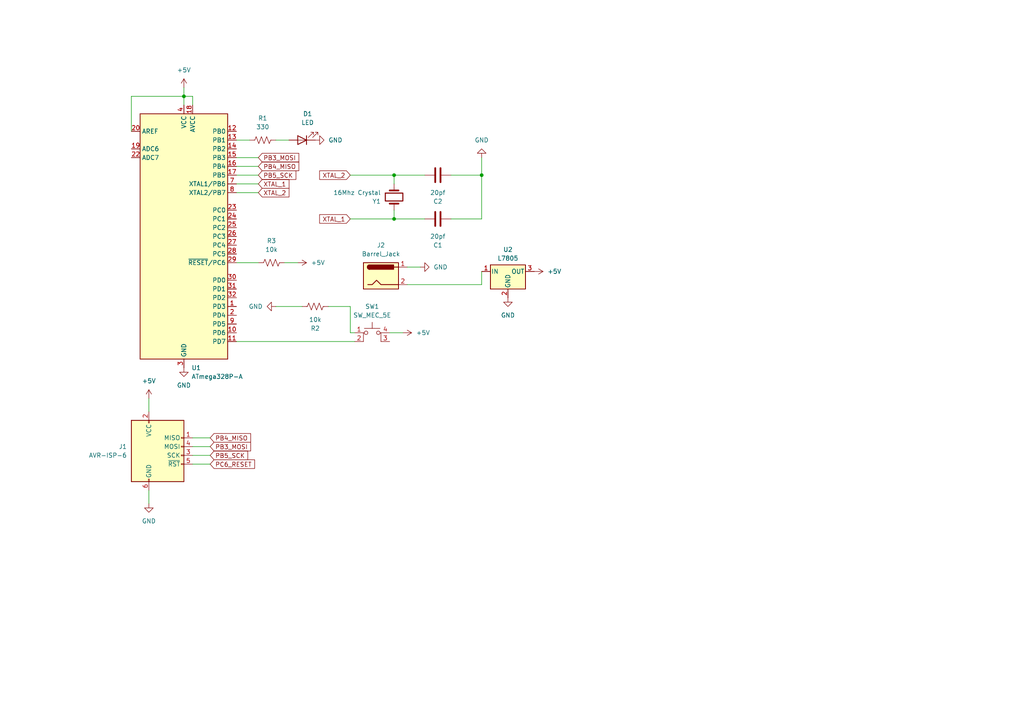
<source format=kicad_sch>
(kicad_sch (version 20230121) (generator eeschema)

  (uuid 63b2a73c-26be-4c15-b572-356ae81254bc)

  (paper "A4")

  (lib_symbols
    (symbol "Connector:AVR-ISP-6" (pin_names (offset 1.016)) (in_bom yes) (on_board yes)
      (property "Reference" "J" (at -6.35 11.43 0)
        (effects (font (size 1.27 1.27)) (justify left))
      )
      (property "Value" "AVR-ISP-6" (at 0 11.43 0)
        (effects (font (size 1.27 1.27)) (justify left))
      )
      (property "Footprint" "" (at -6.35 1.27 90)
        (effects (font (size 1.27 1.27)) hide)
      )
      (property "Datasheet" " ~" (at -32.385 -13.97 0)
        (effects (font (size 1.27 1.27)) hide)
      )
      (property "ki_keywords" "AVR ISP Connector" (at 0 0 0)
        (effects (font (size 1.27 1.27)) hide)
      )
      (property "ki_description" "Atmel 6-pin ISP connector" (at 0 0 0)
        (effects (font (size 1.27 1.27)) hide)
      )
      (property "ki_fp_filters" "IDC?Header*2x03* Pin?Header*2x03*" (at 0 0 0)
        (effects (font (size 1.27 1.27)) hide)
      )
      (symbol "AVR-ISP-6_0_1"
        (rectangle (start -2.667 -6.858) (end -2.413 -7.62)
          (stroke (width 0) (type default))
          (fill (type none))
        )
        (rectangle (start -2.667 10.16) (end -2.413 9.398)
          (stroke (width 0) (type default))
          (fill (type none))
        )
        (rectangle (start 7.62 -2.413) (end 6.858 -2.667)
          (stroke (width 0) (type default))
          (fill (type none))
        )
        (rectangle (start 7.62 0.127) (end 6.858 -0.127)
          (stroke (width 0) (type default))
          (fill (type none))
        )
        (rectangle (start 7.62 2.667) (end 6.858 2.413)
          (stroke (width 0) (type default))
          (fill (type none))
        )
        (rectangle (start 7.62 5.207) (end 6.858 4.953)
          (stroke (width 0) (type default))
          (fill (type none))
        )
        (rectangle (start 7.62 10.16) (end -7.62 -7.62)
          (stroke (width 0.254) (type default))
          (fill (type background))
        )
      )
      (symbol "AVR-ISP-6_1_1"
        (pin passive line (at 10.16 5.08 180) (length 2.54)
          (name "MISO" (effects (font (size 1.27 1.27))))
          (number "1" (effects (font (size 1.27 1.27))))
        )
        (pin passive line (at -2.54 12.7 270) (length 2.54)
          (name "VCC" (effects (font (size 1.27 1.27))))
          (number "2" (effects (font (size 1.27 1.27))))
        )
        (pin passive line (at 10.16 0 180) (length 2.54)
          (name "SCK" (effects (font (size 1.27 1.27))))
          (number "3" (effects (font (size 1.27 1.27))))
        )
        (pin passive line (at 10.16 2.54 180) (length 2.54)
          (name "MOSI" (effects (font (size 1.27 1.27))))
          (number "4" (effects (font (size 1.27 1.27))))
        )
        (pin passive line (at 10.16 -2.54 180) (length 2.54)
          (name "~{RST}" (effects (font (size 1.27 1.27))))
          (number "5" (effects (font (size 1.27 1.27))))
        )
        (pin passive line (at -2.54 -10.16 90) (length 2.54)
          (name "GND" (effects (font (size 1.27 1.27))))
          (number "6" (effects (font (size 1.27 1.27))))
        )
      )
    )
    (symbol "Connector:Barrel_Jack" (pin_names (offset 1.016)) (in_bom yes) (on_board yes)
      (property "Reference" "J" (at 0 5.334 0)
        (effects (font (size 1.27 1.27)))
      )
      (property "Value" "Barrel_Jack" (at 0 -5.08 0)
        (effects (font (size 1.27 1.27)))
      )
      (property "Footprint" "" (at 1.27 -1.016 0)
        (effects (font (size 1.27 1.27)) hide)
      )
      (property "Datasheet" "~" (at 1.27 -1.016 0)
        (effects (font (size 1.27 1.27)) hide)
      )
      (property "ki_keywords" "DC power barrel jack connector" (at 0 0 0)
        (effects (font (size 1.27 1.27)) hide)
      )
      (property "ki_description" "DC Barrel Jack" (at 0 0 0)
        (effects (font (size 1.27 1.27)) hide)
      )
      (property "ki_fp_filters" "BarrelJack*" (at 0 0 0)
        (effects (font (size 1.27 1.27)) hide)
      )
      (symbol "Barrel_Jack_0_1"
        (rectangle (start -5.08 3.81) (end 5.08 -3.81)
          (stroke (width 0.254) (type default))
          (fill (type background))
        )
        (arc (start -3.302 3.175) (mid -3.9343 2.54) (end -3.302 1.905)
          (stroke (width 0.254) (type default))
          (fill (type none))
        )
        (arc (start -3.302 3.175) (mid -3.9343 2.54) (end -3.302 1.905)
          (stroke (width 0.254) (type default))
          (fill (type outline))
        )
        (polyline
          (pts
            (xy 5.08 2.54)
            (xy 3.81 2.54)
          )
          (stroke (width 0.254) (type default))
          (fill (type none))
        )
        (polyline
          (pts
            (xy -3.81 -2.54)
            (xy -2.54 -2.54)
            (xy -1.27 -1.27)
            (xy 0 -2.54)
            (xy 2.54 -2.54)
            (xy 5.08 -2.54)
          )
          (stroke (width 0.254) (type default))
          (fill (type none))
        )
        (rectangle (start 3.683 3.175) (end -3.302 1.905)
          (stroke (width 0.254) (type default))
          (fill (type outline))
        )
      )
      (symbol "Barrel_Jack_1_1"
        (pin passive line (at 7.62 2.54 180) (length 2.54)
          (name "~" (effects (font (size 1.27 1.27))))
          (number "1" (effects (font (size 1.27 1.27))))
        )
        (pin passive line (at 7.62 -2.54 180) (length 2.54)
          (name "~" (effects (font (size 1.27 1.27))))
          (number "2" (effects (font (size 1.27 1.27))))
        )
      )
    )
    (symbol "Device:C" (pin_numbers hide) (pin_names (offset 0.254)) (in_bom yes) (on_board yes)
      (property "Reference" "C" (at 0.635 2.54 0)
        (effects (font (size 1.27 1.27)) (justify left))
      )
      (property "Value" "C" (at 0.635 -2.54 0)
        (effects (font (size 1.27 1.27)) (justify left))
      )
      (property "Footprint" "" (at 0.9652 -3.81 0)
        (effects (font (size 1.27 1.27)) hide)
      )
      (property "Datasheet" "~" (at 0 0 0)
        (effects (font (size 1.27 1.27)) hide)
      )
      (property "ki_keywords" "cap capacitor" (at 0 0 0)
        (effects (font (size 1.27 1.27)) hide)
      )
      (property "ki_description" "Unpolarized capacitor" (at 0 0 0)
        (effects (font (size 1.27 1.27)) hide)
      )
      (property "ki_fp_filters" "C_*" (at 0 0 0)
        (effects (font (size 1.27 1.27)) hide)
      )
      (symbol "C_0_1"
        (polyline
          (pts
            (xy -2.032 -0.762)
            (xy 2.032 -0.762)
          )
          (stroke (width 0.508) (type default))
          (fill (type none))
        )
        (polyline
          (pts
            (xy -2.032 0.762)
            (xy 2.032 0.762)
          )
          (stroke (width 0.508) (type default))
          (fill (type none))
        )
      )
      (symbol "C_1_1"
        (pin passive line (at 0 3.81 270) (length 2.794)
          (name "~" (effects (font (size 1.27 1.27))))
          (number "1" (effects (font (size 1.27 1.27))))
        )
        (pin passive line (at 0 -3.81 90) (length 2.794)
          (name "~" (effects (font (size 1.27 1.27))))
          (number "2" (effects (font (size 1.27 1.27))))
        )
      )
    )
    (symbol "Device:Crystal" (pin_numbers hide) (pin_names (offset 1.016) hide) (in_bom yes) (on_board yes)
      (property "Reference" "Y" (at 0 3.81 0)
        (effects (font (size 1.27 1.27)))
      )
      (property "Value" "Crystal" (at 0 -3.81 0)
        (effects (font (size 1.27 1.27)))
      )
      (property "Footprint" "" (at 0 0 0)
        (effects (font (size 1.27 1.27)) hide)
      )
      (property "Datasheet" "~" (at 0 0 0)
        (effects (font (size 1.27 1.27)) hide)
      )
      (property "ki_keywords" "quartz ceramic resonator oscillator" (at 0 0 0)
        (effects (font (size 1.27 1.27)) hide)
      )
      (property "ki_description" "Two pin crystal" (at 0 0 0)
        (effects (font (size 1.27 1.27)) hide)
      )
      (property "ki_fp_filters" "Crystal*" (at 0 0 0)
        (effects (font (size 1.27 1.27)) hide)
      )
      (symbol "Crystal_0_1"
        (rectangle (start -1.143 2.54) (end 1.143 -2.54)
          (stroke (width 0.3048) (type default))
          (fill (type none))
        )
        (polyline
          (pts
            (xy -2.54 0)
            (xy -1.905 0)
          )
          (stroke (width 0) (type default))
          (fill (type none))
        )
        (polyline
          (pts
            (xy -1.905 -1.27)
            (xy -1.905 1.27)
          )
          (stroke (width 0.508) (type default))
          (fill (type none))
        )
        (polyline
          (pts
            (xy 1.905 -1.27)
            (xy 1.905 1.27)
          )
          (stroke (width 0.508) (type default))
          (fill (type none))
        )
        (polyline
          (pts
            (xy 2.54 0)
            (xy 1.905 0)
          )
          (stroke (width 0) (type default))
          (fill (type none))
        )
      )
      (symbol "Crystal_1_1"
        (pin passive line (at -3.81 0 0) (length 1.27)
          (name "1" (effects (font (size 1.27 1.27))))
          (number "1" (effects (font (size 1.27 1.27))))
        )
        (pin passive line (at 3.81 0 180) (length 1.27)
          (name "2" (effects (font (size 1.27 1.27))))
          (number "2" (effects (font (size 1.27 1.27))))
        )
      )
    )
    (symbol "Device:LED" (pin_numbers hide) (pin_names (offset 1.016) hide) (in_bom yes) (on_board yes)
      (property "Reference" "D" (at 0 2.54 0)
        (effects (font (size 1.27 1.27)))
      )
      (property "Value" "LED" (at 0 -2.54 0)
        (effects (font (size 1.27 1.27)))
      )
      (property "Footprint" "" (at 0 0 0)
        (effects (font (size 1.27 1.27)) hide)
      )
      (property "Datasheet" "~" (at 0 0 0)
        (effects (font (size 1.27 1.27)) hide)
      )
      (property "ki_keywords" "LED diode" (at 0 0 0)
        (effects (font (size 1.27 1.27)) hide)
      )
      (property "ki_description" "Light emitting diode" (at 0 0 0)
        (effects (font (size 1.27 1.27)) hide)
      )
      (property "ki_fp_filters" "LED* LED_SMD:* LED_THT:*" (at 0 0 0)
        (effects (font (size 1.27 1.27)) hide)
      )
      (symbol "LED_0_1"
        (polyline
          (pts
            (xy -1.27 -1.27)
            (xy -1.27 1.27)
          )
          (stroke (width 0.254) (type default))
          (fill (type none))
        )
        (polyline
          (pts
            (xy -1.27 0)
            (xy 1.27 0)
          )
          (stroke (width 0) (type default))
          (fill (type none))
        )
        (polyline
          (pts
            (xy 1.27 -1.27)
            (xy 1.27 1.27)
            (xy -1.27 0)
            (xy 1.27 -1.27)
          )
          (stroke (width 0.254) (type default))
          (fill (type none))
        )
        (polyline
          (pts
            (xy -3.048 -0.762)
            (xy -4.572 -2.286)
            (xy -3.81 -2.286)
            (xy -4.572 -2.286)
            (xy -4.572 -1.524)
          )
          (stroke (width 0) (type default))
          (fill (type none))
        )
        (polyline
          (pts
            (xy -1.778 -0.762)
            (xy -3.302 -2.286)
            (xy -2.54 -2.286)
            (xy -3.302 -2.286)
            (xy -3.302 -1.524)
          )
          (stroke (width 0) (type default))
          (fill (type none))
        )
      )
      (symbol "LED_1_1"
        (pin passive line (at -3.81 0 0) (length 2.54)
          (name "K" (effects (font (size 1.27 1.27))))
          (number "1" (effects (font (size 1.27 1.27))))
        )
        (pin passive line (at 3.81 0 180) (length 2.54)
          (name "A" (effects (font (size 1.27 1.27))))
          (number "2" (effects (font (size 1.27 1.27))))
        )
      )
    )
    (symbol "Device:R_US" (pin_numbers hide) (pin_names (offset 0)) (in_bom yes) (on_board yes)
      (property "Reference" "R" (at 2.54 0 90)
        (effects (font (size 1.27 1.27)))
      )
      (property "Value" "R_US" (at -2.54 0 90)
        (effects (font (size 1.27 1.27)))
      )
      (property "Footprint" "" (at 1.016 -0.254 90)
        (effects (font (size 1.27 1.27)) hide)
      )
      (property "Datasheet" "~" (at 0 0 0)
        (effects (font (size 1.27 1.27)) hide)
      )
      (property "ki_keywords" "R res resistor" (at 0 0 0)
        (effects (font (size 1.27 1.27)) hide)
      )
      (property "ki_description" "Resistor, US symbol" (at 0 0 0)
        (effects (font (size 1.27 1.27)) hide)
      )
      (property "ki_fp_filters" "R_*" (at 0 0 0)
        (effects (font (size 1.27 1.27)) hide)
      )
      (symbol "R_US_0_1"
        (polyline
          (pts
            (xy 0 -2.286)
            (xy 0 -2.54)
          )
          (stroke (width 0) (type default))
          (fill (type none))
        )
        (polyline
          (pts
            (xy 0 2.286)
            (xy 0 2.54)
          )
          (stroke (width 0) (type default))
          (fill (type none))
        )
        (polyline
          (pts
            (xy 0 -0.762)
            (xy 1.016 -1.143)
            (xy 0 -1.524)
            (xy -1.016 -1.905)
            (xy 0 -2.286)
          )
          (stroke (width 0) (type default))
          (fill (type none))
        )
        (polyline
          (pts
            (xy 0 0.762)
            (xy 1.016 0.381)
            (xy 0 0)
            (xy -1.016 -0.381)
            (xy 0 -0.762)
          )
          (stroke (width 0) (type default))
          (fill (type none))
        )
        (polyline
          (pts
            (xy 0 2.286)
            (xy 1.016 1.905)
            (xy 0 1.524)
            (xy -1.016 1.143)
            (xy 0 0.762)
          )
          (stroke (width 0) (type default))
          (fill (type none))
        )
      )
      (symbol "R_US_1_1"
        (pin passive line (at 0 3.81 270) (length 1.27)
          (name "~" (effects (font (size 1.27 1.27))))
          (number "1" (effects (font (size 1.27 1.27))))
        )
        (pin passive line (at 0 -3.81 90) (length 1.27)
          (name "~" (effects (font (size 1.27 1.27))))
          (number "2" (effects (font (size 1.27 1.27))))
        )
      )
    )
    (symbol "MCU_Microchip_ATmega:ATmega328P-A" (in_bom yes) (on_board yes)
      (property "Reference" "U" (at -12.7 36.83 0)
        (effects (font (size 1.27 1.27)) (justify left bottom))
      )
      (property "Value" "ATmega328P-A" (at 2.54 -36.83 0)
        (effects (font (size 1.27 1.27)) (justify left top))
      )
      (property "Footprint" "Package_QFP:TQFP-32_7x7mm_P0.8mm" (at 0 0 0)
        (effects (font (size 1.27 1.27) italic) hide)
      )
      (property "Datasheet" "http://ww1.microchip.com/downloads/en/DeviceDoc/ATmega328_P%20AVR%20MCU%20with%20picoPower%20Technology%20Data%20Sheet%2040001984A.pdf" (at 0 0 0)
        (effects (font (size 1.27 1.27)) hide)
      )
      (property "ki_keywords" "AVR 8bit Microcontroller MegaAVR PicoPower" (at 0 0 0)
        (effects (font (size 1.27 1.27)) hide)
      )
      (property "ki_description" "20MHz, 32kB Flash, 2kB SRAM, 1kB EEPROM, TQFP-32" (at 0 0 0)
        (effects (font (size 1.27 1.27)) hide)
      )
      (property "ki_fp_filters" "TQFP*7x7mm*P0.8mm*" (at 0 0 0)
        (effects (font (size 1.27 1.27)) hide)
      )
      (symbol "ATmega328P-A_0_1"
        (rectangle (start -12.7 -35.56) (end 12.7 35.56)
          (stroke (width 0.254) (type default))
          (fill (type background))
        )
      )
      (symbol "ATmega328P-A_1_1"
        (pin bidirectional line (at 15.24 -20.32 180) (length 2.54)
          (name "PD3" (effects (font (size 1.27 1.27))))
          (number "1" (effects (font (size 1.27 1.27))))
        )
        (pin bidirectional line (at 15.24 -27.94 180) (length 2.54)
          (name "PD6" (effects (font (size 1.27 1.27))))
          (number "10" (effects (font (size 1.27 1.27))))
        )
        (pin bidirectional line (at 15.24 -30.48 180) (length 2.54)
          (name "PD7" (effects (font (size 1.27 1.27))))
          (number "11" (effects (font (size 1.27 1.27))))
        )
        (pin bidirectional line (at 15.24 30.48 180) (length 2.54)
          (name "PB0" (effects (font (size 1.27 1.27))))
          (number "12" (effects (font (size 1.27 1.27))))
        )
        (pin bidirectional line (at 15.24 27.94 180) (length 2.54)
          (name "PB1" (effects (font (size 1.27 1.27))))
          (number "13" (effects (font (size 1.27 1.27))))
        )
        (pin bidirectional line (at 15.24 25.4 180) (length 2.54)
          (name "PB2" (effects (font (size 1.27 1.27))))
          (number "14" (effects (font (size 1.27 1.27))))
        )
        (pin bidirectional line (at 15.24 22.86 180) (length 2.54)
          (name "PB3" (effects (font (size 1.27 1.27))))
          (number "15" (effects (font (size 1.27 1.27))))
        )
        (pin bidirectional line (at 15.24 20.32 180) (length 2.54)
          (name "PB4" (effects (font (size 1.27 1.27))))
          (number "16" (effects (font (size 1.27 1.27))))
        )
        (pin bidirectional line (at 15.24 17.78 180) (length 2.54)
          (name "PB5" (effects (font (size 1.27 1.27))))
          (number "17" (effects (font (size 1.27 1.27))))
        )
        (pin power_in line (at 2.54 38.1 270) (length 2.54)
          (name "AVCC" (effects (font (size 1.27 1.27))))
          (number "18" (effects (font (size 1.27 1.27))))
        )
        (pin input line (at -15.24 25.4 0) (length 2.54)
          (name "ADC6" (effects (font (size 1.27 1.27))))
          (number "19" (effects (font (size 1.27 1.27))))
        )
        (pin bidirectional line (at 15.24 -22.86 180) (length 2.54)
          (name "PD4" (effects (font (size 1.27 1.27))))
          (number "2" (effects (font (size 1.27 1.27))))
        )
        (pin passive line (at -15.24 30.48 0) (length 2.54)
          (name "AREF" (effects (font (size 1.27 1.27))))
          (number "20" (effects (font (size 1.27 1.27))))
        )
        (pin passive line (at 0 -38.1 90) (length 2.54) hide
          (name "GND" (effects (font (size 1.27 1.27))))
          (number "21" (effects (font (size 1.27 1.27))))
        )
        (pin input line (at -15.24 22.86 0) (length 2.54)
          (name "ADC7" (effects (font (size 1.27 1.27))))
          (number "22" (effects (font (size 1.27 1.27))))
        )
        (pin bidirectional line (at 15.24 7.62 180) (length 2.54)
          (name "PC0" (effects (font (size 1.27 1.27))))
          (number "23" (effects (font (size 1.27 1.27))))
        )
        (pin bidirectional line (at 15.24 5.08 180) (length 2.54)
          (name "PC1" (effects (font (size 1.27 1.27))))
          (number "24" (effects (font (size 1.27 1.27))))
        )
        (pin bidirectional line (at 15.24 2.54 180) (length 2.54)
          (name "PC2" (effects (font (size 1.27 1.27))))
          (number "25" (effects (font (size 1.27 1.27))))
        )
        (pin bidirectional line (at 15.24 0 180) (length 2.54)
          (name "PC3" (effects (font (size 1.27 1.27))))
          (number "26" (effects (font (size 1.27 1.27))))
        )
        (pin bidirectional line (at 15.24 -2.54 180) (length 2.54)
          (name "PC4" (effects (font (size 1.27 1.27))))
          (number "27" (effects (font (size 1.27 1.27))))
        )
        (pin bidirectional line (at 15.24 -5.08 180) (length 2.54)
          (name "PC5" (effects (font (size 1.27 1.27))))
          (number "28" (effects (font (size 1.27 1.27))))
        )
        (pin bidirectional line (at 15.24 -7.62 180) (length 2.54)
          (name "~{RESET}/PC6" (effects (font (size 1.27 1.27))))
          (number "29" (effects (font (size 1.27 1.27))))
        )
        (pin power_in line (at 0 -38.1 90) (length 2.54)
          (name "GND" (effects (font (size 1.27 1.27))))
          (number "3" (effects (font (size 1.27 1.27))))
        )
        (pin bidirectional line (at 15.24 -12.7 180) (length 2.54)
          (name "PD0" (effects (font (size 1.27 1.27))))
          (number "30" (effects (font (size 1.27 1.27))))
        )
        (pin bidirectional line (at 15.24 -15.24 180) (length 2.54)
          (name "PD1" (effects (font (size 1.27 1.27))))
          (number "31" (effects (font (size 1.27 1.27))))
        )
        (pin bidirectional line (at 15.24 -17.78 180) (length 2.54)
          (name "PD2" (effects (font (size 1.27 1.27))))
          (number "32" (effects (font (size 1.27 1.27))))
        )
        (pin power_in line (at 0 38.1 270) (length 2.54)
          (name "VCC" (effects (font (size 1.27 1.27))))
          (number "4" (effects (font (size 1.27 1.27))))
        )
        (pin passive line (at 0 -38.1 90) (length 2.54) hide
          (name "GND" (effects (font (size 1.27 1.27))))
          (number "5" (effects (font (size 1.27 1.27))))
        )
        (pin passive line (at 0 38.1 270) (length 2.54) hide
          (name "VCC" (effects (font (size 1.27 1.27))))
          (number "6" (effects (font (size 1.27 1.27))))
        )
        (pin bidirectional line (at 15.24 15.24 180) (length 2.54)
          (name "XTAL1/PB6" (effects (font (size 1.27 1.27))))
          (number "7" (effects (font (size 1.27 1.27))))
        )
        (pin bidirectional line (at 15.24 12.7 180) (length 2.54)
          (name "XTAL2/PB7" (effects (font (size 1.27 1.27))))
          (number "8" (effects (font (size 1.27 1.27))))
        )
        (pin bidirectional line (at 15.24 -25.4 180) (length 2.54)
          (name "PD5" (effects (font (size 1.27 1.27))))
          (number "9" (effects (font (size 1.27 1.27))))
        )
      )
    )
    (symbol "Regulator_Linear:L7805" (pin_names (offset 0.254)) (in_bom yes) (on_board yes)
      (property "Reference" "U" (at -3.81 3.175 0)
        (effects (font (size 1.27 1.27)))
      )
      (property "Value" "L7805" (at 0 3.175 0)
        (effects (font (size 1.27 1.27)) (justify left))
      )
      (property "Footprint" "" (at 0.635 -3.81 0)
        (effects (font (size 1.27 1.27) italic) (justify left) hide)
      )
      (property "Datasheet" "http://www.st.com/content/ccc/resource/technical/document/datasheet/41/4f/b3/b0/12/d4/47/88/CD00000444.pdf/files/CD00000444.pdf/jcr:content/translations/en.CD00000444.pdf" (at 0 -1.27 0)
        (effects (font (size 1.27 1.27)) hide)
      )
      (property "ki_keywords" "Voltage Regulator 1.5A Positive" (at 0 0 0)
        (effects (font (size 1.27 1.27)) hide)
      )
      (property "ki_description" "Positive 1.5A 35V Linear Regulator, Fixed Output 5V, TO-220/TO-263/TO-252" (at 0 0 0)
        (effects (font (size 1.27 1.27)) hide)
      )
      (property "ki_fp_filters" "TO?252* TO?263* TO?220*" (at 0 0 0)
        (effects (font (size 1.27 1.27)) hide)
      )
      (symbol "L7805_0_1"
        (rectangle (start -5.08 1.905) (end 5.08 -5.08)
          (stroke (width 0.254) (type default))
          (fill (type background))
        )
      )
      (symbol "L7805_1_1"
        (pin power_in line (at -7.62 0 0) (length 2.54)
          (name "IN" (effects (font (size 1.27 1.27))))
          (number "1" (effects (font (size 1.27 1.27))))
        )
        (pin power_in line (at 0 -7.62 90) (length 2.54)
          (name "GND" (effects (font (size 1.27 1.27))))
          (number "2" (effects (font (size 1.27 1.27))))
        )
        (pin power_out line (at 7.62 0 180) (length 2.54)
          (name "OUT" (effects (font (size 1.27 1.27))))
          (number "3" (effects (font (size 1.27 1.27))))
        )
      )
    )
    (symbol "Switch:SW_MEC_5E" (pin_names (offset 1.016) hide) (in_bom yes) (on_board yes)
      (property "Reference" "SW" (at 0.635 5.715 0)
        (effects (font (size 1.27 1.27)) (justify left))
      )
      (property "Value" "SW_MEC_5E" (at 0 -3.175 0)
        (effects (font (size 1.27 1.27)))
      )
      (property "Footprint" "" (at 0 7.62 0)
        (effects (font (size 1.27 1.27)) hide)
      )
      (property "Datasheet" "http://www.apem.com/int/index.php?controller=attachment&id_attachment=1371" (at 0 7.62 0)
        (effects (font (size 1.27 1.27)) hide)
      )
      (property "ki_keywords" "switch normally-open pushbutton push-button" (at 0 0 0)
        (effects (font (size 1.27 1.27)) hide)
      )
      (property "ki_description" "MEC 5E single pole normally-open tactile switch" (at 0 0 0)
        (effects (font (size 1.27 1.27)) hide)
      )
      (property "ki_fp_filters" "SW*MEC*5G*" (at 0 0 0)
        (effects (font (size 1.27 1.27)) hide)
      )
      (symbol "SW_MEC_5E_0_1"
        (circle (center -1.778 2.54) (radius 0.508)
          (stroke (width 0) (type default))
          (fill (type none))
        )
        (polyline
          (pts
            (xy -2.286 3.81)
            (xy 2.286 3.81)
          )
          (stroke (width 0) (type default))
          (fill (type none))
        )
        (polyline
          (pts
            (xy 0 3.81)
            (xy 0 5.588)
          )
          (stroke (width 0) (type default))
          (fill (type none))
        )
        (polyline
          (pts
            (xy -2.54 0)
            (xy -2.54 2.54)
            (xy -2.286 2.54)
          )
          (stroke (width 0) (type default))
          (fill (type none))
        )
        (polyline
          (pts
            (xy 2.54 0)
            (xy 2.54 2.54)
            (xy 2.286 2.54)
          )
          (stroke (width 0) (type default))
          (fill (type none))
        )
        (circle (center 1.778 2.54) (radius 0.508)
          (stroke (width 0) (type default))
          (fill (type none))
        )
        (pin passive line (at -5.08 2.54 0) (length 2.54)
          (name "1" (effects (font (size 1.27 1.27))))
          (number "1" (effects (font (size 1.27 1.27))))
        )
        (pin passive line (at -5.08 0 0) (length 2.54)
          (name "2" (effects (font (size 1.27 1.27))))
          (number "2" (effects (font (size 1.27 1.27))))
        )
        (pin passive line (at 5.08 0 180) (length 2.54)
          (name "K" (effects (font (size 1.27 1.27))))
          (number "3" (effects (font (size 1.27 1.27))))
        )
        (pin passive line (at 5.08 2.54 180) (length 2.54)
          (name "A" (effects (font (size 1.27 1.27))))
          (number "4" (effects (font (size 1.27 1.27))))
        )
      )
    )
    (symbol "power:+5V" (power) (pin_names (offset 0)) (in_bom yes) (on_board yes)
      (property "Reference" "#PWR" (at 0 -3.81 0)
        (effects (font (size 1.27 1.27)) hide)
      )
      (property "Value" "+5V" (at 0 3.556 0)
        (effects (font (size 1.27 1.27)))
      )
      (property "Footprint" "" (at 0 0 0)
        (effects (font (size 1.27 1.27)) hide)
      )
      (property "Datasheet" "" (at 0 0 0)
        (effects (font (size 1.27 1.27)) hide)
      )
      (property "ki_keywords" "global power" (at 0 0 0)
        (effects (font (size 1.27 1.27)) hide)
      )
      (property "ki_description" "Power symbol creates a global label with name \"+5V\"" (at 0 0 0)
        (effects (font (size 1.27 1.27)) hide)
      )
      (symbol "+5V_0_1"
        (polyline
          (pts
            (xy -0.762 1.27)
            (xy 0 2.54)
          )
          (stroke (width 0) (type default))
          (fill (type none))
        )
        (polyline
          (pts
            (xy 0 0)
            (xy 0 2.54)
          )
          (stroke (width 0) (type default))
          (fill (type none))
        )
        (polyline
          (pts
            (xy 0 2.54)
            (xy 0.762 1.27)
          )
          (stroke (width 0) (type default))
          (fill (type none))
        )
      )
      (symbol "+5V_1_1"
        (pin power_in line (at 0 0 90) (length 0) hide
          (name "+5V" (effects (font (size 1.27 1.27))))
          (number "1" (effects (font (size 1.27 1.27))))
        )
      )
    )
    (symbol "power:GND" (power) (pin_names (offset 0)) (in_bom yes) (on_board yes)
      (property "Reference" "#PWR" (at 0 -6.35 0)
        (effects (font (size 1.27 1.27)) hide)
      )
      (property "Value" "GND" (at 0 -3.81 0)
        (effects (font (size 1.27 1.27)))
      )
      (property "Footprint" "" (at 0 0 0)
        (effects (font (size 1.27 1.27)) hide)
      )
      (property "Datasheet" "" (at 0 0 0)
        (effects (font (size 1.27 1.27)) hide)
      )
      (property "ki_keywords" "global power" (at 0 0 0)
        (effects (font (size 1.27 1.27)) hide)
      )
      (property "ki_description" "Power symbol creates a global label with name \"GND\" , ground" (at 0 0 0)
        (effects (font (size 1.27 1.27)) hide)
      )
      (symbol "GND_0_1"
        (polyline
          (pts
            (xy 0 0)
            (xy 0 -1.27)
            (xy 1.27 -1.27)
            (xy 0 -2.54)
            (xy -1.27 -1.27)
            (xy 0 -1.27)
          )
          (stroke (width 0) (type default))
          (fill (type none))
        )
      )
      (symbol "GND_1_1"
        (pin power_in line (at 0 0 270) (length 0) hide
          (name "GND" (effects (font (size 1.27 1.27))))
          (number "1" (effects (font (size 1.27 1.27))))
        )
      )
    )
  )

  (junction (at 114.3 50.8) (diameter 0) (color 0 0 0 0)
    (uuid 1f4106c9-d707-4172-8db2-a97d3eb685ae)
  )
  (junction (at 53.34 27.94) (diameter 0) (color 0 0 0 0)
    (uuid 4fccc628-e2c5-4213-885b-8561fafc3c91)
  )
  (junction (at 139.7 50.8) (diameter 0) (color 0 0 0 0)
    (uuid 9cf0d26c-2ab3-48bb-b538-2e2d108bf3ef)
  )
  (junction (at 114.3 63.5) (diameter 0) (color 0 0 0 0)
    (uuid b4970492-b773-4c1f-a2c2-22f75666fc6d)
  )

  (wire (pts (xy 118.11 82.55) (xy 139.7 82.55))
    (stroke (width 0) (type default))
    (uuid 003b4c03-06d0-4a1c-ae15-54af9c2aa107)
  )
  (wire (pts (xy 118.11 77.47) (xy 121.92 77.47))
    (stroke (width 0) (type default))
    (uuid 12d7df86-a1f5-4e0b-bd67-522b218b7063)
  )
  (wire (pts (xy 123.19 63.5) (xy 114.3 63.5))
    (stroke (width 0) (type default))
    (uuid 139032bb-3925-4782-9ba7-221bfdc52f4f)
  )
  (wire (pts (xy 43.18 115.57) (xy 43.18 119.38))
    (stroke (width 0) (type default))
    (uuid 1b60d384-8a1d-4c7f-abab-4e5ae873d037)
  )
  (wire (pts (xy 43.18 142.24) (xy 43.18 146.05))
    (stroke (width 0) (type default))
    (uuid 1c457c15-daf8-42f1-95f9-4c8cd82bffe5)
  )
  (wire (pts (xy 82.55 76.2) (xy 86.36 76.2))
    (stroke (width 0) (type default))
    (uuid 1cd22a5d-b87c-40fc-a8c9-27846124bb78)
  )
  (wire (pts (xy 55.88 134.62) (xy 60.96 134.62))
    (stroke (width 0) (type default))
    (uuid 2d83e666-6ccb-4d42-8bad-69bd7cf01ad9)
  )
  (wire (pts (xy 114.3 63.5) (xy 101.6 63.5))
    (stroke (width 0) (type default))
    (uuid 2e5e8a89-9920-484a-8e13-717adbfdbf78)
  )
  (wire (pts (xy 68.58 99.06) (xy 102.87 99.06))
    (stroke (width 0) (type default))
    (uuid 38fe6d96-5d6f-4ba4-85c1-d18367cc0865)
  )
  (wire (pts (xy 123.19 50.8) (xy 114.3 50.8))
    (stroke (width 0) (type default))
    (uuid 3a106fb5-c019-4980-b1f2-de5931cc7607)
  )
  (wire (pts (xy 68.58 40.64) (xy 72.39 40.64))
    (stroke (width 0) (type default))
    (uuid 3ab299ee-facc-4e88-b48c-a338edccf3b1)
  )
  (wire (pts (xy 113.03 96.52) (xy 116.84 96.52))
    (stroke (width 0) (type default))
    (uuid 41b76f6d-877a-4656-aea9-9644db4e581c)
  )
  (wire (pts (xy 87.63 88.9) (xy 80.01 88.9))
    (stroke (width 0) (type default))
    (uuid 4bd6a895-680b-4858-a76b-5fa9d3b97664)
  )
  (wire (pts (xy 55.88 30.48) (xy 55.88 27.94))
    (stroke (width 0) (type default))
    (uuid 53032ff7-0d08-4e13-8bc5-26c5906e89c5)
  )
  (wire (pts (xy 68.58 45.72) (xy 74.93 45.72))
    (stroke (width 0) (type default))
    (uuid 571a9624-6d9e-4408-9153-28941056015f)
  )
  (wire (pts (xy 139.7 50.8) (xy 139.7 45.72))
    (stroke (width 0) (type default))
    (uuid 578c5aad-3311-45c0-b4d7-4d5b5d20d018)
  )
  (wire (pts (xy 55.88 132.08) (xy 60.96 132.08))
    (stroke (width 0) (type default))
    (uuid 5da340ed-6138-41e7-b335-e6c52f4a8085)
  )
  (wire (pts (xy 68.58 48.26) (xy 74.93 48.26))
    (stroke (width 0) (type default))
    (uuid 62518d30-0d29-4c8a-bbca-be46665dfa2b)
  )
  (wire (pts (xy 53.34 27.94) (xy 53.34 30.48))
    (stroke (width 0) (type default))
    (uuid 65ca8bd8-cd4e-490b-b1cf-69ade4c47b60)
  )
  (wire (pts (xy 101.6 96.52) (xy 102.87 96.52))
    (stroke (width 0) (type default))
    (uuid 79d01926-433b-408c-82b7-b3cccea82b38)
  )
  (wire (pts (xy 53.34 27.94) (xy 38.1 27.94))
    (stroke (width 0) (type default))
    (uuid 814eb9f5-8832-4002-b530-e41f61848fca)
  )
  (wire (pts (xy 68.58 50.8) (xy 74.93 50.8))
    (stroke (width 0) (type default))
    (uuid 8b9863bf-9f05-4b70-957e-831bdc7f2165)
  )
  (wire (pts (xy 55.88 127) (xy 60.96 127))
    (stroke (width 0) (type default))
    (uuid 99e0d691-2878-4755-b22f-c78d328e5b68)
  )
  (wire (pts (xy 139.7 82.55) (xy 139.7 78.74))
    (stroke (width 0) (type default))
    (uuid a262c545-0dd0-40a9-93ca-5736668e9f26)
  )
  (wire (pts (xy 130.81 63.5) (xy 139.7 63.5))
    (stroke (width 0) (type default))
    (uuid a580c5b0-1ff7-484e-a5c3-d3683882aabf)
  )
  (wire (pts (xy 68.58 55.88) (xy 74.93 55.88))
    (stroke (width 0) (type default))
    (uuid a6c49d31-18b9-47b6-b6c9-9cf6de914359)
  )
  (wire (pts (xy 139.7 63.5) (xy 139.7 50.8))
    (stroke (width 0) (type default))
    (uuid ab98c04d-daec-4fd4-b7b1-9397c31cd381)
  )
  (wire (pts (xy 139.7 50.8) (xy 130.81 50.8))
    (stroke (width 0) (type default))
    (uuid ada5a369-a844-43b5-a1aa-d1e69adc0573)
  )
  (wire (pts (xy 114.3 50.8) (xy 101.6 50.8))
    (stroke (width 0) (type default))
    (uuid b7d0ab96-4d3c-4214-9f11-03ce1f3e6187)
  )
  (wire (pts (xy 95.25 88.9) (xy 101.6 88.9))
    (stroke (width 0) (type default))
    (uuid c02c5321-141d-400a-a1f0-799286e7f0a6)
  )
  (wire (pts (xy 114.3 53.34) (xy 114.3 50.8))
    (stroke (width 0) (type default))
    (uuid c53c61d6-de9c-46fb-833a-36d6d7f4a165)
  )
  (wire (pts (xy 114.3 63.5) (xy 114.3 60.96))
    (stroke (width 0) (type default))
    (uuid c66dd588-c5cb-46fa-9a40-f3a5a40c7a44)
  )
  (wire (pts (xy 53.34 25.4) (xy 53.34 27.94))
    (stroke (width 0) (type default))
    (uuid ce8abb10-73af-4eae-a84a-6aea2cdabca8)
  )
  (wire (pts (xy 55.88 129.54) (xy 60.96 129.54))
    (stroke (width 0) (type default))
    (uuid d7a8bb17-dfd0-4692-9313-1acf02965c12)
  )
  (wire (pts (xy 55.88 27.94) (xy 53.34 27.94))
    (stroke (width 0) (type default))
    (uuid eb64022f-d2d7-445c-8f97-e4589900c392)
  )
  (wire (pts (xy 80.01 40.64) (xy 83.82 40.64))
    (stroke (width 0) (type default))
    (uuid edc2c307-1a41-497e-83c7-801f0f739364)
  )
  (wire (pts (xy 68.58 76.2) (xy 74.93 76.2))
    (stroke (width 0) (type default))
    (uuid f182c775-32ac-455f-826c-08cb20acbb5a)
  )
  (wire (pts (xy 38.1 27.94) (xy 38.1 38.1))
    (stroke (width 0) (type default))
    (uuid f1cce84a-4f77-4b09-ae70-6aea725b33d8)
  )
  (wire (pts (xy 68.58 53.34) (xy 74.93 53.34))
    (stroke (width 0) (type default))
    (uuid f94ee697-c06a-4253-a18b-e02f45ee3ea5)
  )
  (wire (pts (xy 101.6 88.9) (xy 101.6 96.52))
    (stroke (width 0) (type default))
    (uuid fcd5a5bb-d05c-42c1-b02b-c91aa77f341e)
  )

  (global_label "PC6_RESET" (shape input) (at 60.96 134.62 0) (fields_autoplaced)
    (effects (font (size 1.27 1.27)) (justify left))
    (uuid 0e0a6f1e-f8fc-4310-932e-9c51ae3981cf)
    (property "Intersheetrefs" "${INTERSHEET_REFS}" (at 74.4074 134.62 0)
      (effects (font (size 1.27 1.27)) (justify left) hide)
    )
  )
  (global_label "PB3_MOSI" (shape input) (at 74.93 45.72 0) (fields_autoplaced)
    (effects (font (size 1.27 1.27)) (justify left))
    (uuid 521053cf-b1f8-4695-862b-1d084bf0c22f)
    (property "Intersheetrefs" "${INTERSHEET_REFS}" (at 87.2285 45.72 0)
      (effects (font (size 1.27 1.27)) (justify left) hide)
    )
  )
  (global_label "XTAL_1" (shape input) (at 101.6 63.5 180) (fields_autoplaced)
    (effects (font (size 1.27 1.27)) (justify right))
    (uuid 568a1653-b50f-4a6f-a88a-f613998c3a88)
    (property "Intersheetrefs" "${INTERSHEET_REFS}" (at 92.1439 63.5 0)
      (effects (font (size 1.27 1.27)) (justify right) hide)
    )
  )
  (global_label "XTAL_1" (shape input) (at 74.93 53.34 0) (fields_autoplaced)
    (effects (font (size 1.27 1.27)) (justify left))
    (uuid 929e3875-e0a2-44eb-8468-f0e2665c919b)
    (property "Intersheetrefs" "${INTERSHEET_REFS}" (at 84.3861 53.34 0)
      (effects (font (size 1.27 1.27)) (justify left) hide)
    )
  )
  (global_label "XTAL_2" (shape input) (at 74.93 55.88 0) (fields_autoplaced)
    (effects (font (size 1.27 1.27)) (justify left))
    (uuid 96b21247-8330-4f7d-b8da-9b16f96d2e98)
    (property "Intersheetrefs" "${INTERSHEET_REFS}" (at 84.3861 55.88 0)
      (effects (font (size 1.27 1.27)) (justify left) hide)
    )
  )
  (global_label "PB5_SCK" (shape input) (at 74.93 50.8 0) (fields_autoplaced)
    (effects (font (size 1.27 1.27)) (justify left))
    (uuid bf8627a1-f323-435e-8a3b-f5a39f841a33)
    (property "Intersheetrefs" "${INTERSHEET_REFS}" (at 86.3818 50.8 0)
      (effects (font (size 1.27 1.27)) (justify left) hide)
    )
  )
  (global_label "PB3_MOSI" (shape input) (at 60.96 129.54 0) (fields_autoplaced)
    (effects (font (size 1.27 1.27)) (justify left))
    (uuid c3cc5a80-5936-43c6-a260-1e9a5365163c)
    (property "Intersheetrefs" "${INTERSHEET_REFS}" (at 73.2585 129.54 0)
      (effects (font (size 1.27 1.27)) (justify left) hide)
    )
  )
  (global_label "XTAL_2" (shape input) (at 101.6 50.8 180) (fields_autoplaced)
    (effects (font (size 1.27 1.27)) (justify right))
    (uuid cc3bb03d-63e6-4d9c-9223-00984a2e4072)
    (property "Intersheetrefs" "${INTERSHEET_REFS}" (at 92.1439 50.8 0)
      (effects (font (size 1.27 1.27)) (justify right) hide)
    )
  )
  (global_label "PB5_SCK" (shape input) (at 60.96 132.08 0) (fields_autoplaced)
    (effects (font (size 1.27 1.27)) (justify left))
    (uuid d8f5ceff-3abd-4960-a30b-6cca5d4e721f)
    (property "Intersheetrefs" "${INTERSHEET_REFS}" (at 72.4118 132.08 0)
      (effects (font (size 1.27 1.27)) (justify left) hide)
    )
  )
  (global_label "PB4_MISO" (shape input) (at 74.93 48.26 0) (fields_autoplaced)
    (effects (font (size 1.27 1.27)) (justify left))
    (uuid dde1cedd-f6da-4b4f-a9b5-327513b7d821)
    (property "Intersheetrefs" "${INTERSHEET_REFS}" (at 87.2285 48.26 0)
      (effects (font (size 1.27 1.27)) (justify left) hide)
    )
  )
  (global_label "PB4_MISO" (shape input) (at 60.96 127 0) (fields_autoplaced)
    (effects (font (size 1.27 1.27)) (justify left))
    (uuid f22c281a-571c-43da-81c7-133dcfefe3fe)
    (property "Intersheetrefs" "${INTERSHEET_REFS}" (at 73.2585 127 0)
      (effects (font (size 1.27 1.27)) (justify left) hide)
    )
  )

  (symbol (lib_id "power:GND") (at 80.01 88.9 270) (unit 1)
    (in_bom yes) (on_board yes) (dnp no) (fields_autoplaced)
    (uuid 058eec03-a13f-4de7-89e7-61607563799a)
    (property "Reference" "#PWR07" (at 73.66 88.9 0)
      (effects (font (size 1.27 1.27)) hide)
    )
    (property "Value" "GND" (at 76.2 88.9 90)
      (effects (font (size 1.27 1.27)) (justify right))
    )
    (property "Footprint" "" (at 80.01 88.9 0)
      (effects (font (size 1.27 1.27)) hide)
    )
    (property "Datasheet" "" (at 80.01 88.9 0)
      (effects (font (size 1.27 1.27)) hide)
    )
    (pin "1" (uuid 88257709-08c3-4fee-a377-351fa705c2ac))
    (instances
      (project "electricalrecruit"
        (path "/63b2a73c-26be-4c15-b572-356ae81254bc"
          (reference "#PWR07") (unit 1)
        )
      )
    )
  )

  (symbol (lib_id "Device:R_US") (at 91.44 88.9 270) (unit 1)
    (in_bom yes) (on_board yes) (dnp no)
    (uuid 13eeebdb-0562-46a2-bf2a-7b82ceb395fa)
    (property "Reference" "R2" (at 91.44 95.25 90)
      (effects (font (size 1.27 1.27)))
    )
    (property "Value" "10k" (at 91.44 92.71 90)
      (effects (font (size 1.27 1.27)))
    )
    (property "Footprint" "Resistor_THT:R_Axial_DIN0204_L3.6mm_D1.6mm_P5.08mm_Horizontal" (at 91.186 89.916 90)
      (effects (font (size 1.27 1.27)) hide)
    )
    (property "Datasheet" "~" (at 91.44 88.9 0)
      (effects (font (size 1.27 1.27)) hide)
    )
    (pin "1" (uuid 08604164-ca67-44d5-b136-fcbd1dcf5c53))
    (pin "2" (uuid 363584c5-6a0c-45c9-bd83-33c29c157407))
    (instances
      (project "electricalrecruit"
        (path "/63b2a73c-26be-4c15-b572-356ae81254bc"
          (reference "R2") (unit 1)
        )
      )
    )
  )

  (symbol (lib_id "Device:C") (at 127 63.5 270) (unit 1)
    (in_bom yes) (on_board yes) (dnp no) (fields_autoplaced)
    (uuid 21307e6e-f6bc-4210-a100-c7d9228b15a6)
    (property "Reference" "C1" (at 127 71.12 90)
      (effects (font (size 1.27 1.27)))
    )
    (property "Value" "20pf" (at 127 68.58 90)
      (effects (font (size 1.27 1.27)))
    )
    (property "Footprint" "Capacitor_THT:C_Disc_D5.0mm_W2.5mm_P5.00mm" (at 123.19 64.4652 0)
      (effects (font (size 1.27 1.27)) hide)
    )
    (property "Datasheet" "~" (at 127 63.5 0)
      (effects (font (size 1.27 1.27)) hide)
    )
    (pin "1" (uuid 0814316b-ac16-4dd4-8d49-65e3a04394fb))
    (pin "2" (uuid 2549d7ba-6616-4c4d-8a94-7f659c798a27))
    (instances
      (project "electricalrecruit"
        (path "/63b2a73c-26be-4c15-b572-356ae81254bc"
          (reference "C1") (unit 1)
        )
      )
    )
  )

  (symbol (lib_id "Device:LED") (at 87.63 40.64 180) (unit 1)
    (in_bom yes) (on_board yes) (dnp no) (fields_autoplaced)
    (uuid 26e7a42d-9af5-4c73-bdee-db08b3da2159)
    (property "Reference" "D1" (at 89.2175 33.02 0)
      (effects (font (size 1.27 1.27)))
    )
    (property "Value" "LED" (at 89.2175 35.56 0)
      (effects (font (size 1.27 1.27)))
    )
    (property "Footprint" "LED_THT:LED_D3.0mm_Clear" (at 87.63 40.64 0)
      (effects (font (size 1.27 1.27)) hide)
    )
    (property "Datasheet" "~" (at 87.63 40.64 0)
      (effects (font (size 1.27 1.27)) hide)
    )
    (pin "1" (uuid f9d16ba8-9759-4108-981a-2612c76342e1))
    (pin "2" (uuid 2bb296f8-41ec-4f26-9a40-915fa4177089))
    (instances
      (project "electricalrecruit"
        (path "/63b2a73c-26be-4c15-b572-356ae81254bc"
          (reference "D1") (unit 1)
        )
      )
    )
  )

  (symbol (lib_id "Device:R_US") (at 78.74 76.2 90) (unit 1)
    (in_bom yes) (on_board yes) (dnp no) (fields_autoplaced)
    (uuid 2e686c1e-1df9-48ec-ab40-3fdd868a17a3)
    (property "Reference" "R3" (at 78.74 69.85 90)
      (effects (font (size 1.27 1.27)))
    )
    (property "Value" "10k" (at 78.74 72.39 90)
      (effects (font (size 1.27 1.27)))
    )
    (property "Footprint" "Resistor_THT:R_Axial_DIN0204_L3.6mm_D1.6mm_P5.08mm_Horizontal" (at 78.994 75.184 90)
      (effects (font (size 1.27 1.27)) hide)
    )
    (property "Datasheet" "~" (at 78.74 76.2 0)
      (effects (font (size 1.27 1.27)) hide)
    )
    (pin "1" (uuid aa487bc4-410b-4f3c-bc95-674127e24603))
    (pin "2" (uuid 67b52aca-ff86-488f-b493-671d7a12d771))
    (instances
      (project "electricalrecruit"
        (path "/63b2a73c-26be-4c15-b572-356ae81254bc"
          (reference "R3") (unit 1)
        )
      )
    )
  )

  (symbol (lib_id "power:+5V") (at 154.94 78.74 270) (unit 1)
    (in_bom yes) (on_board yes) (dnp no) (fields_autoplaced)
    (uuid 44ed35ec-17f6-45f5-939f-042c3db5a48a)
    (property "Reference" "#PWR09" (at 151.13 78.74 0)
      (effects (font (size 1.27 1.27)) hide)
    )
    (property "Value" "+5V" (at 158.75 78.74 90)
      (effects (font (size 1.27 1.27)) (justify left))
    )
    (property "Footprint" "" (at 154.94 78.74 0)
      (effects (font (size 1.27 1.27)) hide)
    )
    (property "Datasheet" "" (at 154.94 78.74 0)
      (effects (font (size 1.27 1.27)) hide)
    )
    (pin "1" (uuid cae5149d-33dc-465a-a1cb-d2c05bcd8b35))
    (instances
      (project "electricalrecruit"
        (path "/63b2a73c-26be-4c15-b572-356ae81254bc"
          (reference "#PWR09") (unit 1)
        )
      )
    )
  )

  (symbol (lib_id "power:+5V") (at 53.34 25.4 0) (unit 1)
    (in_bom yes) (on_board yes) (dnp no) (fields_autoplaced)
    (uuid 49bdd280-a7a8-4331-8c83-c8a42dc981b5)
    (property "Reference" "#PWR04" (at 53.34 29.21 0)
      (effects (font (size 1.27 1.27)) hide)
    )
    (property "Value" "+5V" (at 53.34 20.32 0)
      (effects (font (size 1.27 1.27)))
    )
    (property "Footprint" "" (at 53.34 25.4 0)
      (effects (font (size 1.27 1.27)) hide)
    )
    (property "Datasheet" "" (at 53.34 25.4 0)
      (effects (font (size 1.27 1.27)) hide)
    )
    (pin "1" (uuid 47850549-f281-49c5-8b15-75957c66cc1f))
    (instances
      (project "electricalrecruit"
        (path "/63b2a73c-26be-4c15-b572-356ae81254bc"
          (reference "#PWR04") (unit 1)
        )
      )
    )
  )

  (symbol (lib_id "power:GND") (at 43.18 146.05 0) (unit 1)
    (in_bom yes) (on_board yes) (dnp no) (fields_autoplaced)
    (uuid 504c18f6-ff46-4116-851f-712f73875246)
    (property "Reference" "#PWR05" (at 43.18 152.4 0)
      (effects (font (size 1.27 1.27)) hide)
    )
    (property "Value" "GND" (at 43.18 151.13 0)
      (effects (font (size 1.27 1.27)))
    )
    (property "Footprint" "" (at 43.18 146.05 0)
      (effects (font (size 1.27 1.27)) hide)
    )
    (property "Datasheet" "" (at 43.18 146.05 0)
      (effects (font (size 1.27 1.27)) hide)
    )
    (pin "1" (uuid d5cdf45e-553e-4f6a-a9af-fdc7ba001408))
    (instances
      (project "electricalrecruit"
        (path "/63b2a73c-26be-4c15-b572-356ae81254bc"
          (reference "#PWR05") (unit 1)
        )
      )
    )
  )

  (symbol (lib_id "power:GND") (at 147.32 86.36 0) (unit 1)
    (in_bom yes) (on_board yes) (dnp no) (fields_autoplaced)
    (uuid 68fa7cdf-4179-4ea8-b30c-8eb3b853f75c)
    (property "Reference" "#PWR011" (at 147.32 92.71 0)
      (effects (font (size 1.27 1.27)) hide)
    )
    (property "Value" "GND" (at 147.32 91.44 0)
      (effects (font (size 1.27 1.27)))
    )
    (property "Footprint" "" (at 147.32 86.36 0)
      (effects (font (size 1.27 1.27)) hide)
    )
    (property "Datasheet" "" (at 147.32 86.36 0)
      (effects (font (size 1.27 1.27)) hide)
    )
    (pin "1" (uuid d0a0137e-22ec-421c-bebd-6091a914ee30))
    (instances
      (project "electricalrecruit"
        (path "/63b2a73c-26be-4c15-b572-356ae81254bc"
          (reference "#PWR011") (unit 1)
        )
      )
    )
  )

  (symbol (lib_id "power:GND") (at 139.7 45.72 180) (unit 1)
    (in_bom yes) (on_board yes) (dnp no) (fields_autoplaced)
    (uuid 712b1f47-8926-4d5c-a6f8-4959d7a29920)
    (property "Reference" "#PWR02" (at 139.7 39.37 0)
      (effects (font (size 1.27 1.27)) hide)
    )
    (property "Value" "GND" (at 139.7 40.64 0)
      (effects (font (size 1.27 1.27)))
    )
    (property "Footprint" "" (at 139.7 45.72 0)
      (effects (font (size 1.27 1.27)) hide)
    )
    (property "Datasheet" "" (at 139.7 45.72 0)
      (effects (font (size 1.27 1.27)) hide)
    )
    (pin "1" (uuid ce6ee368-f732-4ab7-b9ca-ad80a5db53c3))
    (instances
      (project "electricalrecruit"
        (path "/63b2a73c-26be-4c15-b572-356ae81254bc"
          (reference "#PWR02") (unit 1)
        )
      )
    )
  )

  (symbol (lib_id "power:+5V") (at 43.18 115.57 0) (unit 1)
    (in_bom yes) (on_board yes) (dnp no) (fields_autoplaced)
    (uuid 7f27fc9c-785d-4b94-89f9-7ac86bfef431)
    (property "Reference" "#PWR03" (at 43.18 119.38 0)
      (effects (font (size 1.27 1.27)) hide)
    )
    (property "Value" "+5V" (at 43.18 110.49 0)
      (effects (font (size 1.27 1.27)))
    )
    (property "Footprint" "" (at 43.18 115.57 0)
      (effects (font (size 1.27 1.27)) hide)
    )
    (property "Datasheet" "" (at 43.18 115.57 0)
      (effects (font (size 1.27 1.27)) hide)
    )
    (pin "1" (uuid 7d2c02e8-b596-4cab-81a9-72ef07310160))
    (instances
      (project "electricalrecruit"
        (path "/63b2a73c-26be-4c15-b572-356ae81254bc"
          (reference "#PWR03") (unit 1)
        )
      )
    )
  )

  (symbol (lib_id "power:+5V") (at 116.84 96.52 270) (unit 1)
    (in_bom yes) (on_board yes) (dnp no) (fields_autoplaced)
    (uuid 93bdf1e1-d316-4863-af97-b1bbe61f9626)
    (property "Reference" "#PWR012" (at 113.03 96.52 0)
      (effects (font (size 1.27 1.27)) hide)
    )
    (property "Value" "+5V" (at 120.65 96.52 90)
      (effects (font (size 1.27 1.27)) (justify left))
    )
    (property "Footprint" "" (at 116.84 96.52 0)
      (effects (font (size 1.27 1.27)) hide)
    )
    (property "Datasheet" "" (at 116.84 96.52 0)
      (effects (font (size 1.27 1.27)) hide)
    )
    (pin "1" (uuid 02329cca-168e-4ec6-8489-5066bf93da1c))
    (instances
      (project "electricalrecruit"
        (path "/63b2a73c-26be-4c15-b572-356ae81254bc"
          (reference "#PWR012") (unit 1)
        )
      )
    )
  )

  (symbol (lib_id "Connector:AVR-ISP-6") (at 45.72 132.08 0) (unit 1)
    (in_bom yes) (on_board yes) (dnp no) (fields_autoplaced)
    (uuid 952b61ad-8351-4e8c-9cba-f58502b8d559)
    (property "Reference" "J1" (at 36.83 129.54 0)
      (effects (font (size 1.27 1.27)) (justify right))
    )
    (property "Value" "AVR-ISP-6" (at 36.83 132.08 0)
      (effects (font (size 1.27 1.27)) (justify right))
    )
    (property "Footprint" "Connector_IDC:IDC-Header_2x03_P2.54mm_Vertical" (at 39.37 130.81 90)
      (effects (font (size 1.27 1.27)) hide)
    )
    (property "Datasheet" " ~" (at 13.335 146.05 0)
      (effects (font (size 1.27 1.27)) hide)
    )
    (pin "1" (uuid c69775ef-89a9-4d60-ab44-cedc0df5a811))
    (pin "2" (uuid 1093a52e-4b66-4db9-8936-917e9ddfb198))
    (pin "3" (uuid e4e2be23-abbc-4c8b-a9b0-6fb7e536a350))
    (pin "4" (uuid 2bfce0bf-43a6-429b-9ce0-23c77b40fc72))
    (pin "5" (uuid f6291598-13de-4858-93c0-6d39498feecb))
    (pin "6" (uuid e6a601a4-ecc8-41f5-b6f0-2cdbac8fefe7))
    (instances
      (project "electricalrecruit"
        (path "/63b2a73c-26be-4c15-b572-356ae81254bc"
          (reference "J1") (unit 1)
        )
      )
    )
  )

  (symbol (lib_id "Regulator_Linear:L7805") (at 147.32 78.74 0) (unit 1)
    (in_bom yes) (on_board yes) (dnp no) (fields_autoplaced)
    (uuid 979ca538-4873-4778-a029-e7f492a24b79)
    (property "Reference" "U2" (at 147.32 72.39 0)
      (effects (font (size 1.27 1.27)))
    )
    (property "Value" "L7805" (at 147.32 74.93 0)
      (effects (font (size 1.27 1.27)))
    )
    (property "Footprint" "Package_TO_SOT_THT:TO-220-3_Vertical" (at 147.955 82.55 0)
      (effects (font (size 1.27 1.27) italic) (justify left) hide)
    )
    (property "Datasheet" "http://www.st.com/content/ccc/resource/technical/document/datasheet/41/4f/b3/b0/12/d4/47/88/CD00000444.pdf/files/CD00000444.pdf/jcr:content/translations/en.CD00000444.pdf" (at 147.32 80.01 0)
      (effects (font (size 1.27 1.27)) hide)
    )
    (pin "1" (uuid 5db499cd-ef9c-43c8-af7d-58604f7c0589))
    (pin "2" (uuid 3c7326d0-1308-43f5-a7e9-d464ff38841f))
    (pin "3" (uuid e89abb7f-a042-4121-8906-c71843f358e6))
    (instances
      (project "electricalrecruit"
        (path "/63b2a73c-26be-4c15-b572-356ae81254bc"
          (reference "U2") (unit 1)
        )
      )
    )
  )

  (symbol (lib_id "Device:R_US") (at 76.2 40.64 90) (unit 1)
    (in_bom yes) (on_board yes) (dnp no) (fields_autoplaced)
    (uuid 9cfc8e23-85d5-46d3-981b-f3fd2a31f61e)
    (property "Reference" "R1" (at 76.2 34.29 90)
      (effects (font (size 1.27 1.27)))
    )
    (property "Value" "330" (at 76.2 36.83 90)
      (effects (font (size 1.27 1.27)))
    )
    (property "Footprint" "Resistor_THT:R_Axial_DIN0204_L3.6mm_D1.6mm_P5.08mm_Horizontal" (at 76.454 39.624 90)
      (effects (font (size 1.27 1.27)) hide)
    )
    (property "Datasheet" "~" (at 76.2 40.64 0)
      (effects (font (size 1.27 1.27)) hide)
    )
    (pin "1" (uuid 3abb236c-dd2c-4989-8a86-2651f33456cb))
    (pin "2" (uuid 8cb5b992-df26-418d-90f8-78bfd937bdcf))
    (instances
      (project "electricalrecruit"
        (path "/63b2a73c-26be-4c15-b572-356ae81254bc"
          (reference "R1") (unit 1)
        )
      )
    )
  )

  (symbol (lib_id "power:+5V") (at 86.36 76.2 270) (unit 1)
    (in_bom yes) (on_board yes) (dnp no) (fields_autoplaced)
    (uuid a2f8ff1c-5b91-4b52-8640-00879c7358ef)
    (property "Reference" "#PWR010" (at 82.55 76.2 0)
      (effects (font (size 1.27 1.27)) hide)
    )
    (property "Value" "+5V" (at 90.17 76.2 90)
      (effects (font (size 1.27 1.27)) (justify left))
    )
    (property "Footprint" "" (at 86.36 76.2 0)
      (effects (font (size 1.27 1.27)) hide)
    )
    (property "Datasheet" "" (at 86.36 76.2 0)
      (effects (font (size 1.27 1.27)) hide)
    )
    (pin "1" (uuid 3c4b5876-07dd-43cb-b1b0-fa99a244f5dc))
    (instances
      (project "electricalrecruit"
        (path "/63b2a73c-26be-4c15-b572-356ae81254bc"
          (reference "#PWR010") (unit 1)
        )
      )
    )
  )

  (symbol (lib_id "power:GND") (at 53.34 106.68 0) (unit 1)
    (in_bom yes) (on_board yes) (dnp no) (fields_autoplaced)
    (uuid a325456f-9a1e-4fe7-b3b0-4f3a60644121)
    (property "Reference" "#PWR01" (at 53.34 113.03 0)
      (effects (font (size 1.27 1.27)) hide)
    )
    (property "Value" "GND" (at 53.34 111.76 0)
      (effects (font (size 1.27 1.27)))
    )
    (property "Footprint" "" (at 53.34 106.68 0)
      (effects (font (size 1.27 1.27)) hide)
    )
    (property "Datasheet" "" (at 53.34 106.68 0)
      (effects (font (size 1.27 1.27)) hide)
    )
    (pin "1" (uuid 5503e560-7f91-4de2-a577-ba7eda3d0afe))
    (instances
      (project "electricalrecruit"
        (path "/63b2a73c-26be-4c15-b572-356ae81254bc"
          (reference "#PWR01") (unit 1)
        )
      )
    )
  )

  (symbol (lib_id "Connector:Barrel_Jack") (at 110.49 80.01 0) (unit 1)
    (in_bom yes) (on_board yes) (dnp no) (fields_autoplaced)
    (uuid d23ece20-5968-44cd-9922-5caf8702f9b7)
    (property "Reference" "J2" (at 110.49 71.12 0)
      (effects (font (size 1.27 1.27)))
    )
    (property "Value" "Barrel_Jack" (at 110.49 73.66 0)
      (effects (font (size 1.27 1.27)))
    )
    (property "Footprint" "Connector_BarrelJack:BarrelJack_SwitchcraftConxall_RAPC10U_Horizontal" (at 111.76 81.026 0)
      (effects (font (size 1.27 1.27)) hide)
    )
    (property "Datasheet" "~" (at 111.76 81.026 0)
      (effects (font (size 1.27 1.27)) hide)
    )
    (pin "1" (uuid 2d10970e-345d-4cfa-8e9a-2f0260e38957))
    (pin "2" (uuid 8d0be420-aad8-4031-9924-1ab49fea6088))
    (instances
      (project "electricalrecruit"
        (path "/63b2a73c-26be-4c15-b572-356ae81254bc"
          (reference "J2") (unit 1)
        )
      )
    )
  )

  (symbol (lib_id "power:GND") (at 91.44 40.64 90) (unit 1)
    (in_bom yes) (on_board yes) (dnp no) (fields_autoplaced)
    (uuid d24b98fb-a52e-44f7-a018-b82098b1605c)
    (property "Reference" "#PWR06" (at 97.79 40.64 0)
      (effects (font (size 1.27 1.27)) hide)
    )
    (property "Value" "GND" (at 95.25 40.64 90)
      (effects (font (size 1.27 1.27)) (justify right))
    )
    (property "Footprint" "" (at 91.44 40.64 0)
      (effects (font (size 1.27 1.27)) hide)
    )
    (property "Datasheet" "" (at 91.44 40.64 0)
      (effects (font (size 1.27 1.27)) hide)
    )
    (pin "1" (uuid d2e3697c-f2f5-4f96-8359-863b31930984))
    (instances
      (project "electricalrecruit"
        (path "/63b2a73c-26be-4c15-b572-356ae81254bc"
          (reference "#PWR06") (unit 1)
        )
      )
    )
  )

  (symbol (lib_id "Device:Crystal") (at 114.3 57.15 270) (unit 1)
    (in_bom yes) (on_board yes) (dnp no) (fields_autoplaced)
    (uuid d42e5560-4639-4e68-82d8-d2be86836453)
    (property "Reference" "Y1" (at 110.49 58.42 90)
      (effects (font (size 1.27 1.27)) (justify right))
    )
    (property "Value" "16Mhz Crystal" (at 110.49 55.88 90)
      (effects (font (size 1.27 1.27)) (justify right))
    )
    (property "Footprint" "Crystal:Crystal_HC49-U_Vertical" (at 114.3 57.15 0)
      (effects (font (size 1.27 1.27)) hide)
    )
    (property "Datasheet" "~" (at 114.3 57.15 0)
      (effects (font (size 1.27 1.27)) hide)
    )
    (pin "1" (uuid 91032ca4-ed3c-41a7-9ca5-5c90cb415dd7))
    (pin "2" (uuid 02405846-0d96-495c-9167-3b2ec04cded2))
    (instances
      (project "electricalrecruit"
        (path "/63b2a73c-26be-4c15-b572-356ae81254bc"
          (reference "Y1") (unit 1)
        )
      )
    )
  )

  (symbol (lib_id "Device:C") (at 127 50.8 270) (unit 1)
    (in_bom yes) (on_board yes) (dnp no) (fields_autoplaced)
    (uuid da8e333a-7034-418d-82bb-f949aebfecc7)
    (property "Reference" "C2" (at 127 58.42 90)
      (effects (font (size 1.27 1.27)))
    )
    (property "Value" "20pf" (at 127 55.88 90)
      (effects (font (size 1.27 1.27)))
    )
    (property "Footprint" "Capacitor_THT:C_Disc_D5.0mm_W2.5mm_P5.00mm" (at 123.19 51.7652 0)
      (effects (font (size 1.27 1.27)) hide)
    )
    (property "Datasheet" "~" (at 127 50.8 0)
      (effects (font (size 1.27 1.27)) hide)
    )
    (pin "1" (uuid ce648b39-fa6e-4957-bb84-83c64450f130))
    (pin "2" (uuid 816bcc0f-7f53-42af-99e3-f64d3265a74a))
    (instances
      (project "electricalrecruit"
        (path "/63b2a73c-26be-4c15-b572-356ae81254bc"
          (reference "C2") (unit 1)
        )
      )
    )
  )

  (symbol (lib_id "Switch:SW_MEC_5E") (at 107.95 99.06 0) (unit 1)
    (in_bom yes) (on_board yes) (dnp no) (fields_autoplaced)
    (uuid e1e57b89-699a-48ce-a308-05107eb6cceb)
    (property "Reference" "SW1" (at 107.95 88.9 0)
      (effects (font (size 1.27 1.27)))
    )
    (property "Value" "SW_MEC_5E" (at 107.95 91.44 0)
      (effects (font (size 1.27 1.27)))
    )
    (property "Footprint" "Button_Switch_THT:SW_DIP_SPSTx02_Piano_10.8x6.64mm_W7.62mm_P2.54mm" (at 107.95 91.44 0)
      (effects (font (size 1.27 1.27)) hide)
    )
    (property "Datasheet" "http://www.apem.com/int/index.php?controller=attachment&id_attachment=1371" (at 107.95 91.44 0)
      (effects (font (size 1.27 1.27)) hide)
    )
    (pin "1" (uuid c26aeb24-237a-4edd-ad1b-e1c7a89b3fb2))
    (pin "2" (uuid 306ae256-e822-47ce-9309-3affbf7abd40))
    (pin "3" (uuid cb944313-5880-4eda-a970-2360c9f12fdb))
    (pin "4" (uuid 35d0d9fe-f694-40bf-b49a-15166462d4a6))
    (instances
      (project "electricalrecruit"
        (path "/63b2a73c-26be-4c15-b572-356ae81254bc"
          (reference "SW1") (unit 1)
        )
      )
    )
  )

  (symbol (lib_id "power:GND") (at 121.92 77.47 90) (unit 1)
    (in_bom yes) (on_board yes) (dnp no) (fields_autoplaced)
    (uuid ebc2abf3-6e82-4e8d-88ec-4868428e32d5)
    (property "Reference" "#PWR08" (at 128.27 77.47 0)
      (effects (font (size 1.27 1.27)) hide)
    )
    (property "Value" "GND" (at 125.73 77.47 90)
      (effects (font (size 1.27 1.27)) (justify right))
    )
    (property "Footprint" "" (at 121.92 77.47 0)
      (effects (font (size 1.27 1.27)) hide)
    )
    (property "Datasheet" "" (at 121.92 77.47 0)
      (effects (font (size 1.27 1.27)) hide)
    )
    (pin "1" (uuid 63d52709-55df-44d0-9be2-56660cb945ca))
    (instances
      (project "electricalrecruit"
        (path "/63b2a73c-26be-4c15-b572-356ae81254bc"
          (reference "#PWR08") (unit 1)
        )
      )
    )
  )

  (symbol (lib_id "MCU_Microchip_ATmega:ATmega328P-A") (at 53.34 68.58 0) (unit 1)
    (in_bom yes) (on_board yes) (dnp no) (fields_autoplaced)
    (uuid f7fa2073-ef85-4f46-b1a4-03c89cf3a95c)
    (property "Reference" "U1" (at 55.5341 106.68 0)
      (effects (font (size 1.27 1.27)) (justify left))
    )
    (property "Value" "ATmega328P-A" (at 55.5341 109.22 0)
      (effects (font (size 1.27 1.27)) (justify left))
    )
    (property "Footprint" "Package_QFP:TQFP-32_7x7mm_P0.8mm" (at 53.34 68.58 0)
      (effects (font (size 1.27 1.27) italic) hide)
    )
    (property "Datasheet" "http://ww1.microchip.com/downloads/en/DeviceDoc/ATmega328_P%20AVR%20MCU%20with%20picoPower%20Technology%20Data%20Sheet%2040001984A.pdf" (at 53.34 68.58 0)
      (effects (font (size 1.27 1.27)) hide)
    )
    (pin "1" (uuid f23bb22a-b0a1-46b1-903e-ac1189ebbce1))
    (pin "10" (uuid 2b4e8755-5b68-4be5-89bb-2af43489e2ac))
    (pin "11" (uuid 4d7b966b-b2f4-4493-a74b-586305d437a3))
    (pin "12" (uuid 6c40fa08-fd3c-479d-a0b8-664133025bc8))
    (pin "13" (uuid 998a5a70-5aca-4e7f-85ff-a3010d4454e3))
    (pin "14" (uuid b0418372-d636-4b7a-82a1-aba41d52453f))
    (pin "15" (uuid cfa28c16-1044-410e-821c-40225201b0da))
    (pin "16" (uuid c6e79a35-aa88-43d3-a247-87c074fd852c))
    (pin "17" (uuid bd86c2e8-df23-4b28-a14d-d0e3c30697a4))
    (pin "18" (uuid 9819e050-31c0-4090-b3e4-172d9a3b437e))
    (pin "19" (uuid 401ac63b-e394-43d1-9c9e-50c5bfad1f19))
    (pin "2" (uuid 8e884cd3-2a20-46b9-ba16-3deba7610b09))
    (pin "20" (uuid e614058c-fd53-4eea-bf2e-0a2f6eb9c46a))
    (pin "21" (uuid 4a9f95fc-710f-47c3-b997-7612f458ce6a))
    (pin "22" (uuid 338c7502-f7f0-429f-996b-ce24595a1bb4))
    (pin "23" (uuid 5e2f4f95-d903-4675-8e7d-45a997368d46))
    (pin "24" (uuid 06fd1011-7662-4541-8fc3-fb5a593d1d61))
    (pin "25" (uuid 3c7dee41-3c9a-4014-bc55-3569d51cdee6))
    (pin "26" (uuid 93d6a336-27f8-4af5-a57a-d8b9b08f5f22))
    (pin "27" (uuid e0adaded-24a0-4ff6-b242-d635c389d5b1))
    (pin "28" (uuid 5d156660-6b3f-4a37-98c4-c26bf705d1b2))
    (pin "29" (uuid 50c4ebdc-41d3-4ee9-9d66-b7567dbc44da))
    (pin "3" (uuid 110fcab9-0731-4a7d-8e55-24b9dfe03ed3))
    (pin "30" (uuid 3201c9c5-5028-4d6b-82a7-eeec79d56615))
    (pin "31" (uuid 5f58b553-58e4-425c-8201-16bdfa03c42b))
    (pin "32" (uuid 966cad08-9668-468e-bb26-9ebd35ae9a03))
    (pin "4" (uuid ac47dafa-94fc-416e-bb8c-f2be0ae2e7cf))
    (pin "5" (uuid f6a20657-4a17-47f8-83c9-402572789ab7))
    (pin "6" (uuid db8cf2dc-525f-47f9-8017-f19e184fa31f))
    (pin "7" (uuid 03a854a9-a193-4f1c-9acb-f4d9683a03b0))
    (pin "8" (uuid a46e3aa4-fbcc-4146-b8f3-53b81de82489))
    (pin "9" (uuid 167b1005-e9fc-4ced-aeda-42b6eb4a3b57))
    (instances
      (project "electricalrecruit"
        (path "/63b2a73c-26be-4c15-b572-356ae81254bc"
          (reference "U1") (unit 1)
        )
      )
    )
  )

  (sheet_instances
    (path "/" (page "1"))
  )
)

</source>
